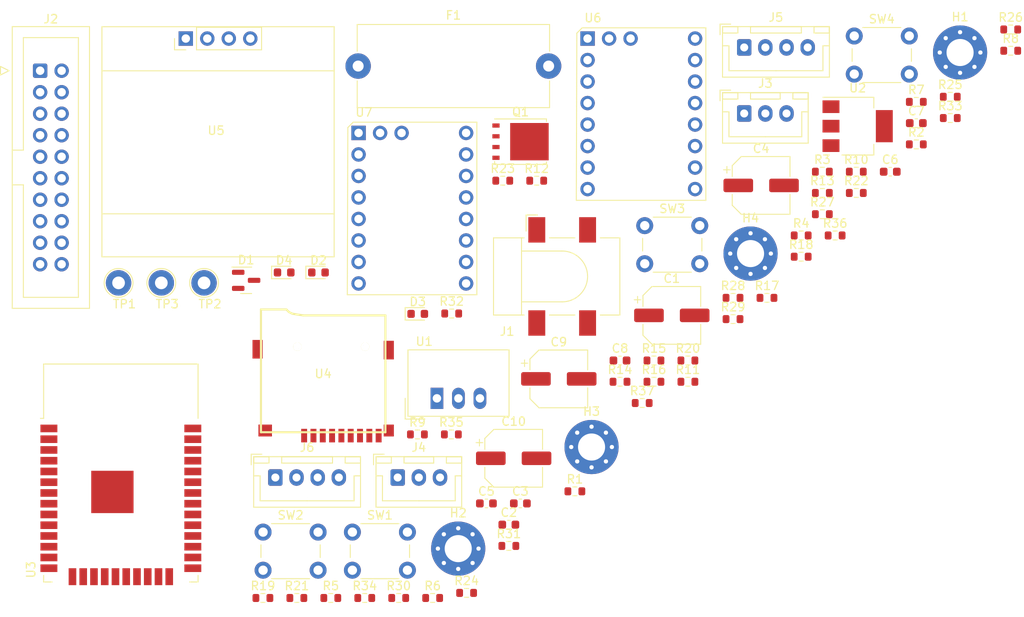
<source format=kicad_pcb>
(kicad_pcb (version 20211014) (generator pcbnew)
  (layers (0 "F.Cu" signal) (31 "B.Cu" signal) (34 "B.Paste" user) (35 "F.Paste" user) (36 "B.SilkS" user "B.Silkscreen") (37 "F.SilkS" user "F.Silkscreen") (38 "B.Mask" user) (39 "F.Mask" user) (44 "Edge.Cuts" user))
  (net 0 "")
  (net 1 "MOT_EN")
  (net 2 "MOT_UART")
  (net 3 "MOT_LIN_STEP")
  (net 4 "GND")
  (net 5 "+3.3V")
  (net 6 "MOT_LIN_DIAG")
  (net 7 "MOT_ROT_STEP")
  (net 8 "MOT_ROT_DIAG")
  (net 9 "RST")
  (net 10 "DEBUG_UART_RX")
  (net 11 "DEBUG_UART_TX")
  (net 12 "Net-(J2-Pad3)")
  (net 13 "MOT_LIN_DIR")
  (net 14 "MOT_ROT_DIR")
  (net 15 "Net-(D3-Pad2)")
  (net 16 "Net-(D4-Pad2)")
  (net 17 "Net-(F1-Pad2)")
  (net 18 "Net-(F1-Pad1)")
  (net 19 "+12V")
  (net 20 "+5V")
  (net 21 "Net-(J5-Pad3)")
  (net 22 "Net-(J4-Pad3)")
  (net 23 "Net-(J6-Pad1)")
  (net 24 "Net-(J6-Pad2)")
  (net 25 "Net-(J6-Pad3)")
  (net 26 "Net-(J6-Pad4)")
  (net 27 "Net-(R22-Pad1)")
  (net 28 "Net-(R18-Pad2)")
  (net 29 "Servo")
  (net 30 "SCL")
  (net 31 "SDA")
  (net 32 "SW_Down")
  (net 33 "SW_Up")
  (net 34 "SW_Enter")
  (net 35 "Net-(R24-Pad1)")
  (net 36 "Net-(R26-Pad1)")
  (net 38 "Net-(D1-Pad1)")
  (net 40 "Net-(D2-Pad2)")
  (net 42 "Net-(J2-Pad5)")
  (net 43 "Net-(J2-Pad7)")
  (net 44 "Net-(J2-Pad9)")
  (net 46 "Net-(J2-Pad13)")
  (net 50 "Net-(J3-Pad2)")
  (net 51 "Net-(J3-Pad3)")
  (net 52 "Net-(J5-Pad1)")
  (net 53 "Net-(J5-Pad2)")
  (net 54 "Net-(J5-Pad4)")
  (net 55 "Net-(R5-Pad2)")
  (net 56 "Net-(R6-Pad2)")
  (net 57 "JTAG_TDI")
  (net 58 "JTAG_TMS")
  (net 59 "JTAG_TCK")
  (net 60 "JTAG_TDO")
  (net 61 "SD_CE")
  (net 62 "SD_MOSI")
  (net 63 "Net-(R19-Pad2)")
  (net 64 "SD_SCK")
  (net 65 "Net-(R20-Pad2)")
  (net 66 "SD_MISO")
  (net 67 "Net-(R21-Pad2)")
  (net 68 "Net-(R28-Pad1)")
  (net 69 "Net-(R30-Pad2)")
  (net 70 "Net-(R32-Pad2)")
  (net 71 "Net-(R34-Pad2)")
  (net 72 "Net-(R36-Pad2)")
  (footprint "Button_Switch_THT:SW_PUSH_6mm_H5mm" (layer "F.Cu") (at 166.8 89.4)
    (fp_text reference "SW3" (at 3.25 -2) (layer "F.SilkS"))
    (fp_text value "Enter")
    (pad "1" thru_hole circle (at 6.5 0 90) (size 2 2) (drill 1.1) (layers *.Cu *.Mask) (net 4 "GND"))
    (pad "1" thru_hole circle (at 0 0 90) (size 2 2) (drill 1.1) (layers *.Cu *.Mask) (net 4 "GND"))
    (pad "2" thru_hole circle (at 0 4.5 90) (size 2 2) (drill 1.1) (layers *.Cu *.Mask) (net 36 "Net-(R26-Pad1)"))
    (pad "2" thru_hole circle (at 6.5 4.5 90) (size 2 2) (drill 1.1) (layers *.Cu *.Mask) (net 36 "Net-(R26-Pad1)"))
  )
  (footprint "Resistor_SMD:R_0603_1608Metric" (layer "F.Cu") (at 137.74 133.38)
    (fp_text reference "R30" (at 0 -1.43) (layer "F.SilkS"))
    (fp_text value "10k")
    (pad "1" smd roundrect (at -0.825 0) (size 0.8 0.95) (layers "F.Cu" "F.Paste" "F.Mask") (net 5 "+3.3V"))
    (pad "2" smd roundrect (at 0.825 0) (size 0.8 0.95) (layers "F.Cu" "F.Paste" "F.Mask") (net 69 "Net-(R30-Pad2)"))
  )
  (footprint "Capacitor_SMD:C_0603_1608Metric" (layer "F.Cu") (at 150.75 124.72)
    (fp_text reference "C2" (at 0 -1.43) (layer "F.SilkS"))
    (fp_text value "C")
    (pad "1" smd roundrect (at -0.775 0) (size 0.9 0.95) (layers "F.Cu" "F.Paste" "F.Mask") (net 20 "+5V"))
    (pad "2" smd roundrect (at 0.775 0) (size 0.9 0.95) (layers "F.Cu" "F.Paste" "F.Mask") (net 4 "GND"))
  )
  (footprint "Connector_JST:JST_XH_B4B-XH-A_1x04_P2.50mm_Vertical" (layer "F.Cu") (at 178.55 68.35)
    (fp_text reference "J5" (at 3.75 -3.55) (layer "F.SilkS"))
    (fp_text value "Motor LIN")
    (pad "1" thru_hole roundrect (at 0 0) (size 1.7 1.95) (drill 0.95) (layers *.Cu *.Mask) (roundrect_rratio 0.1470588235) (net 52 "Net-(J5-Pad1)"))
    (pad "2" thru_hole oval (at 2.5 0) (size 1.7 1.95) (drill 0.95) (layers *.Cu *.Mask) (net 53 "Net-(J5-Pad2)"))
    (pad "3" thru_hole oval (at 5 0) (size 1.7 1.95) (drill 0.95) (layers *.Cu *.Mask) (net 21 "Net-(J5-Pad3)"))
    (pad "4" thru_hole oval (at 7.5 0) (size 1.7 1.95) (drill 0.95) (layers *.Cu *.Mask) (net 54 "Net-(J5-Pad4)"))
  )
  (footprint "Connector_BarrelJack:BarrelJack_CLIFF_FC681465S_SMT_Horizontal" (layer "F.Cu") (at 157.05 95.4)
    (fp_text reference "J1" (at -6.5 6.5 180) (layer "F.SilkS"))
    (fp_text value "12V IN")
    (pad "" np_thru_hole oval (at -2.9 0 90) (size 2 1.5) (drill oval 2 1.5) (layers *.Cu *.Mask))
    (pad "" np_thru_hole circle (at 1.5 0 90) (size 2 2) (drill 2) (layers *.Cu *.Mask))
    (pad "1" smd rect (at -3 -5.5 90) (size 3 2) (layers "F.Cu" "F.Paste" "F.Mask") (net 18 "Net-(F1-Pad1)"))
    (pad "1" smd rect (at 3 -5.5 90) (size 3 2) (layers "F.Cu" "F.Paste" "F.Mask") (net 18 "Net-(F1-Pad1)"))
    (pad "2" smd rect (at 3 5.5 90) (size 3 2) (layers "F.Cu" "F.Paste" "F.Mask") (net 4 "GND"))
    (pad "3" smd rect (at -3 5.5 90) (size 3 2) (layers "F.Cu" "F.Paste" "F.Mask") (net 4 "GND"))
  )
  (footprint "Capacitor_SMD:C_0603_1608Metric" (layer "F.Cu") (at 163.88 105.33)
    (fp_text reference "C8" (at 0 -1.43) (layer "F.SilkS"))
    (fp_text value "100n")
    (pad "1" smd roundrect (at -0.775 0) (size 0.9 0.95) (layers "F.Cu" "F.Paste" "F.Mask") (net 9 "RST"))
    (pad "2" smd roundrect (at 0.775 0) (size 0.9 0.95) (layers "F.Cu" "F.Paste" "F.Mask") (net 4 "GND"))
  )
  (footprint "Button_Switch_THT:SW_PUSH_6mm_H5mm" (layer "F.Cu") (at 121.72 125.6)
    (fp_text reference "SW2" (at 3.25 -2) (layer "F.SilkS"))
    (fp_text value "Up")
    (pad "1" thru_hole circle (at 6.5 0 90) (size 2 2) (drill 1.1) (layers *.Cu *.Mask) (net 4 "GND"))
    (pad "1" thru_hole circle (at 0 0 90) (size 2 2) (drill 1.1) (layers *.Cu *.Mask) (net 4 "GND"))
    (pad "2" thru_hole circle (at 0 4.5 90) (size 2 2) (drill 1.1) (layers *.Cu *.Mask) (net 35 "Net-(R24-Pad1)"))
    (pad "2" thru_hole circle (at 6.5 4.5 90) (size 2 2) (drill 1.1) (layers *.Cu *.Mask) (net 35 "Net-(R24-Pad1)"))
  )
  (footprint "Resistor_SMD:R_0603_1608Metric" (layer "F.Cu") (at 166.5 110.35)
    (fp_text reference "R37" (at 0 -1.43) (layer "F.SilkS"))
    (fp_text value "10k")
    (pad "1" smd roundrect (at -0.825 0) (size 0.8 0.95) (layers "F.Cu" "F.Paste" "F.Mask") (net 72 "Net-(R36-Pad2)"))
    (pad "2" smd roundrect (at 0.825 0) (size 0.8 0.95) (layers "F.Cu" "F.Paste" "F.Mask") (net 4 "GND"))
  )
  (footprint "Package_TO_SOT_SMD:TDSON-8-1" (layer "F.Cu") (at 152.13 79.48)
    (fp_text reference "Q1" (at 0 -3.5) (layer "F.SilkS"))
    (fp_text value "SQJ479EP")
    (pad "1" smd rect (at -2.9 -1.905) (size 0.85 0.5) (layers "F.Cu" "F.Paste" "F.Mask") (net 19 "+12V"))
    (pad "2" smd rect (at -2.9 -0.635) (size 0.85 0.5) (layers "F.Cu" "F.Paste" "F.Mask") (net 19 "+12V"))
    (pad "3" smd rect (at -2.9 0.635) (size 0.85 0.5) (layers "F.Cu" "F.Paste" "F.Mask") (net 19 "+12V"))
    (pad "4" smd rect (at -2.9 1.905) (size 0.85 0.5) (layers "F.Cu" "F.Paste" "F.Mask") (net 38 "Net-(D1-Pad1)"))
    (pad "5" smd rect (at 1.05 0) (size 4.55 4.41) (layers "F.Cu") (net 17 "Net-(F1-Pad2)"))
  )
  (footprint "Converter_DCDC:Converter_DCDC_TRACO_TSR-1_THT" (layer "F.Cu") (at 142.255 109.8)
    (fp_text reference "U1" (at -1.5 -6.71) (layer "F.SilkS"))
    (fp_text value "TSR_1-2450")
    (pad "1" thru_hole rect (at 0 0) (size 1.5 2.5) (drill 1) (layers *.Cu *.Mask) (net 19 "+12V"))
    (pad "2" thru_hole oval (at 2.54 0) (size 1.5 2.5) (drill 1) (layers *.Cu *.Mask) (net 4 "GND"))
    (pad "3" thru_hole oval (at 5.08 0) (size 1.5 2.5) (drill 1) (layers *.Cu *.Mask) (net 20 "+5V"))
  )
  (footprint "LED_SMD:LED_0603_1608Metric" (layer "F.Cu") (at 139.99 99.82)
    (fp_text reference "D3" (at 0 -1.43) (layer "F.SilkS"))
    (fp_text value "LED")
    (pad "1" smd roundrect (at -0.7875 0) (size 0.875 0.95) (layers "F.Cu" "F.Paste" "F.Mask") (net 4 "GND"))
    (pad "2" smd roundrect (at 0.7875 0) (size 0.875 0.95) (layers "F.Cu" "F.Paste" "F.Mask") (net 15 "Net-(D3-Pad2)"))
  )
  (footprint "Capacitor_SMD:CP_Elec_6.3x7.7" (layer "F.Cu") (at 180.55 84.65)
    (fp_text reference "C4" (at 0 -4.35) (layer "F.SilkS"))
    (fp_text value "100u")
    (pad "1" smd roundrect (at -2.7 0) (size 3.5 1.6) (layers "F.Cu" "F.Paste" "F.Mask") (roundrect_rratio 0.15625) (net 5 "+3.3V"))
    (pad "2" smd roundrect (at 2.7 0) (size 3.5 1.6) (layers "F.Cu" "F.Paste" "F.Mask") (roundrect_rratio 0.15625) (net 4 "GND"))
  )
  (footprint "Capacitor_SMD:C_0603_1608Metric" (layer "F.Cu") (at 148.1 122.21)
    (fp_text reference "C5" (at 0 -1.43) (layer "F.SilkS"))
    (fp_text value "100n")
    (pad "1" smd roundrect (at -0.775 0) (size 0.9 0.95) (layers "F.Cu" "F.Paste" "F.Mask") (net 32 "SW_Down"))
    (pad "2" smd roundrect (at 0.775 0) (size 0.9 0.95) (layers "F.Cu" "F.Paste" "F.Mask") (net 4 "GND"))
  )
  (footprint "Resistor_SMD:R_0603_1608Metric" (layer "F.Cu") (at 181.24 97.93)
    (fp_text reference "R17" (at 0 -1.43) (layer "F.SilkS"))
    (fp_text value "1k")
    (pad "1" smd roundrect (at -0.825 0) (size 0.8 0.95) (layers "F.Cu" "F.Paste" "F.Mask") (net 29 "Servo"))
    (pad "2" smd roundrect (at 0.825 0) (size 0.8 0.95) (layers "F.Cu" "F.Paste" "F.Mask") (net 22 "Net-(J4-Pad3)"))
  )
  (footprint "Resistor_SMD:R_0603_1608Metric" (layer "F.Cu") (at 198.88 79.8)
    (fp_text reference "R2" (at 0 -1.43) (layer "F.SilkS"))
    (fp_text value "R")
    (pad "1" smd roundrect (at -0.825 0) (size 0.8 0.95) (layers "F.Cu" "F.Paste" "F.Mask") (net 19 "+12V"))
    (pad "2" smd roundrect (at 0.825 0) (size 0.8 0.95) (layers "F.Cu" "F.Paste" "F.Mask") (net 40 "Net-(D2-Pad2)"))
  )
  (footprint "Resistor_SMD:R_0603_1608Metric" (layer "F.Cu") (at 167.89 105.33)
    (fp_text reference "R15" (at 0 -1.43) (layer "F.SilkS"))
    (fp_text value "100")
    (pad "1" smd roundrect (at -0.825 0) (size 0.8 0.95) (layers "F.Cu" "F.Paste" "F.Mask") (net 11 "DEBUG_UART_TX"))
    (pad "2" smd roundrect (at 0.825 0) (size 0.8 0.95) (layers "F.Cu" "F.Paste" "F.Mask") (net 51 "Net-(J3-Pad3)"))
  )
  (footprint "Resistor_SMD:R_0603_1608Metric" (layer "F.Cu") (at 187.78 85.54)
    (fp_text reference "R13" (at 0 -1.43) (layer "F.SilkS"))
    (fp_text value "100")
    (pad "1" smd roundrect (at -0.825 0) (size 0.8 0.95) (layers "F.Cu" "F.Paste" "F.Mask") (net 59 "JTAG_TCK"))
    (pad "2" smd roundrect (at 0.825 0) (size 0.8 0.95) (layers "F.Cu" "F.Paste" "F.Mask") (net 44 "Net-(J2-Pad9)"))
  )
  (footprint "Resistor_SMD:R_0603_1608Metric" (layer "F.Cu") (at 145.76 132.78)
    (fp_text reference "R24" (at 0 -1.43) (layer "F.SilkS"))
    (fp_text value "1k")
    (pad "1" smd roundrect (at -0.825 0) (size 0.8 0.95) (layers "F.Cu" "F.Paste" "F.Mask") (net 35 "Net-(R24-Pad1)"))
    (pad "2" smd roundrect (at 0.825 0) (size 0.8 0.95) (layers "F.Cu" "F.Paste" "F.Mask") (net 33 "SW_Up"))
  )
  (footprint "Capacitor_SMD:CP_Elec_6.3x7.7" (layer "F.Cu") (at 170 100)
    (fp_text reference "C1" (at 0 -4.35) (layer "F.SilkS"))
    (fp_text value "100u")
    (pad "1" smd roundrect (at -2.7 0) (size 3.5 1.6) (layers "F.Cu" "F.Paste" "F.Mask") (roundrect_rratio 0.15625) (net 20 "+5V"))
    (pad "2" smd roundrect (at 2.7 0) (size 3.5 1.6) (layers "F.Cu" "F.Paste" "F.Mask") (roundrect_rratio 0.15625) (net 4 "GND"))
  )
  (footprint "Resistor_SMD:R_0603_1608Metric" (layer "F.Cu") (at 144 99.78)
    (fp_text reference "R32" (at 0 -1.43) (layer "F.SilkS"))
    (fp_text value "10k")
    (pad "1" smd roundrect (at -0.825 0) (size 0.8 0.95) (layers "F.Cu" "F.Paste" "F.Mask") (net 5 "+3.3V"))
    (pad "2" smd roundrect (at 0.825 0) (size 0.8 0.95) (layers "F.Cu" "F.Paste" "F.Mask") (net 70 "Net-(R32-Pad2)"))
  )
  (footprint "Package_TO_SOT_SMD:SOT-223-3_TabPin2" (layer "F.Cu") (at 191.95 77.65)
    (fp_text reference "U2" (at 0 -4.5) (layer "F.SilkS"))
    (fp_text value "AMS1117-3.3")
    (pad "1" smd rect (at -3.15 -2.3) (size 2 1.5) (layers "F.Cu" "F.Paste" "F.Mask") (net 4 "GND"))
    (pad "2" smd rect (at 3.15 0) (size 2 3.8) (layers "F.Cu" "F.Paste" "F.Mask") (net 5 "+3.3V"))
    (pad "2" smd rect (at -3.15 0) (size 2 1.5) (layers "F.Cu" "F.Paste" "F.Mask") (net 5 "+3.3V"))
    (pad "3" smd rect (at -3.15 2.3) (size 2 1.5) (layers "F.Cu" "F.Paste" "F.Mask") (net 20 "+5V"))
  )
  (footprint "Connector_IDC:IDC-Header_2x10_P2.54mm_Vertical" (layer "F.Cu") (at 95.385 71.1)
    (fp_text reference "J2" (at 1.27 -6.1) (layer "F.SilkS"))
    (fp_text value "JTAG")
    (pad "1" thru_hole roundrect (at 0 0) (size 1.7 1.7) (drill 1) (layers *.Cu *.Mask) (roundrect_rratio 0.1470588235) (net 5 "+3.3V"))
    (pad "2" thru_hole circle (at 2.54 0) (size 1.7 1.7) (drill 1) (layers *.Cu *.Mask))
    (pad "3" thru_hole circle (at 0 2.54) (size 1.7 1.7) (drill 1) (layers *.Cu *.Mask) (net 12 "Net-(J2-Pad3)"))
    (pad "4" thru_hole circle (at 2.54 2.54) (size 1.7 1.7) (drill 1) (layers *.Cu *.Mask) (net 4 "GND"))
    (pad "5" thru_hole circle (at 0 5.08) (size 1.7 1.7) (drill 1) (layers *.Cu *.Mask) (net 42 "Net-(J2-Pad5)"))
    (pad "6" thru_hole circle (at 2.54 5.08) (size 1.7 1.7) (drill 1) (layers *.Cu *.Mask) (net 4 "GND"))
    (pad "7" thru_hole circle (at 0 7.62) (size 1.7 1.7) (drill 1) (layers *.Cu *.Mask) (net 43 "Net-(J2-Pad7)"))
    (pad "8" thru_hole circle (at 2.54 7.62) (size 1.7 1.7) (drill 1) (layers *.Cu *.Mask) (net 4 "GND"))
    (pad "9" thru_hole circle (at 0 10.16) (size 1.7 1.7) (drill 1) (layers *.Cu *.Mask) (net 44 "Net-(J2-Pad9)"))
    (pad "10" thru_hole circle (at 2.54 10.16) (size 1.7 1.7) (drill 1) (layers *.Cu *.Mask) (net 4 "GND"))
    (pad "11" thru_hole circle (at 0 12.7) (size 1.7 1.7) (drill 1) (layers *.Cu *.Mask))
    (pad "12" thru_hole circle (at 2.54 12.7) (size 1.7 1.7) (drill 1) (layers *.Cu *.Mask) (net 4 "GND"))
    (pad "13" thru_hole circle (at 0 15.24) (size 1.7 1.7) (drill 1) (layers *.Cu *.Mask) (net 46 "Net-(J2-Pad13)"))
    (pad "14" thru_hole circle (at 2.54 15.24) (size 1.7 1.7) (drill 1) (layers *.Cu *.Mask) (net 4 "GND"))
    (pad "15" thru_hole circle (at 0 17.78) (size 1.7 1.7) (drill 1) (layers *.Cu *.Mask))
    (pad "16" thru_hole circle (at 2.54 17.78) (size 1.7 1.7) (drill 1) (layers *.Cu *.Mask) (net 4 "GND"))
    (pad "17" thru_hole circle (at 0 20.32) (size 1.7 1.7) (drill 1) (layers *.Cu *.Mask))
    (pad "18" thru_hole circle (at 2.54 20.32) (size 1.7 1.7) (drill 1) (layers *.Cu *.Mask) (net 4 "GND"))
    (pad "19" thru_hole circle (at 0 22.86) (size 1.7 1.7) (drill 1) (layers *.Cu *.Mask))
    (pad "20" thru_hole circle (at 2.54 22.86) (size 1.7 1.7) (drill 1) (layers *.Cu *.Mask) (net 4 "GND"))
  )
  (footprint "Button_Switch_THT:SW_PUSH_6mm_H5mm" (layer "F.Cu") (at 132.27 125.6)
    (fp_text reference "SW1" (at 3.25 -2) (layer "F.SilkS"))
    (fp_text value "Down")
    (pad "1" thru_hole circle (at 0 0 90) (size 2 2) (drill 1.1) (layers *.Cu *.Mask) (net 4 "GND"))
    (pad "1" thru_hole circle (at 6.5 0 90) (size 2 2) (drill 1.1) (layers *.Cu *.Mask) (net 4 "GND"))
    (pad "2" thru_hole circle (at 6.5 4.5 90) (size 2 2) (drill 1.1) (layers *.Cu *.Mask) (net 27 "Net-(R22-Pad1)"))
    (pad "2" thru_hole circle (at 0 4.5 90) (size 2 2) (drill 1.1) (layers *.Cu *.Mask) (net 27 "Net-(R22-Pad1)"))
  )
  (footprint "LED_SMD:LED_0603_1608Metric" (layer "F.Cu") (at 128.26 94.93)
    (fp_text reference "D2" (at 0 -1.43) (layer "F.SilkS"))
    (fp_text value "LED")
    (pad "1" smd roundrect (at -0.7875 0) (size 0.875 0.95) (layers "F.Cu" "F.Paste" "F.Mask") (net 4 "GND"))
    (pad "2" smd roundrect (at 0.7875 0) (size 0.875 0.95) (layers "F.Cu" "F.Paste" "F.Mask") (net 40 "Net-(D2-Pad2)"))
  )
  (footprint "Connector_JST:JST_XH_B3B-XH-A_1x03_P2.50mm_Vertical" (layer "F.Cu") (at 178.55 76.15)
    (fp_text reference "J3" (at 2.5 -3.55) (layer "F.SilkS"))
    (fp_text value "DBG_UART")
    (pad "1" thru_hole roundrect (at 0 0) (size 1.7 1.95) (drill 0.95) (layers *.Cu *.Mask) (roundrect_rratio 0.1470588235) (net 4 "GND"))
    (pad "2" thru_hole oval (at 2.5 0) (size 1.7 1.95) (drill 0.95) (layers *.Cu *.Mask) (net 50 "Net-(J3-Pad2)"))
    (pad "3" thru_hole oval (at 5 0) (size 1.7 1.95) (drill 0.95) (layers *.Cu *.Mask) (net 51 "Net-(J3-Pad3)"))
  )
  (footprint "Resistor_SMD:R_0603_1608Metric" (layer "F.Cu") (at 185.28 90.56)
    (fp_text reference "R4" (at 0 -1.43) (layer "F.SilkS"))
    (fp_text value "R")
    (pad "1" smd roundrect (at -0.825 0) (size 0.8 0.95) (layers "F.Cu" "F.Paste" "F.Mask") (net 5 "+3.3V"))
    (pad "2" smd roundrect (at 0.825 0) (size 0.8 0.95) (layers "F.Cu" "F.Paste" "F.Mask") (net 16 "Net-(D4-Pad2)"))
  )
  (footprint "Capacitor_SMD:C_0603_1608Metric" (layer "F.Cu") (at 152.11 122.21)
    (fp_text reference "C3" (at 0 -1.43) (layer "F.SilkS"))
    (fp_text value "C")
    (pad "1" smd roundrect (at -0.775 0) (size 0.9 0.95) (layers "F.Cu" "F.Paste" "F.Mask") (net 5 "+3.3V"))
    (pad "2" smd roundrect (at 0.775 0) (size 0.9 0.95) (layers "F.Cu" "F.Paste" "F.Mask") (net 4 "GND"))
  )
  (footprint "Resistor_SMD:R_0603_1608Metric" (layer "F.Cu") (at 129.72 133.38)
    (fp_text reference "R5" (at 0 -1.43) (layer "F.SilkS"))
    (fp_text value "1k")
    (pad "1" smd roundrect (at -0.825 0) (size 0.8 0.95) (layers "F.Cu" "F.Paste" "F.Mask") (net 2 "MOT_UART"))
    (pad "2" smd roundrect (at 0.825 0) (size 0.8 0.95) (layers "F.Cu" "F.Paste" "F.Mask") (net 55 "Net-(R5-Pad2)"))
  )
  (footprint "Resistor_SMD:R_0603_1608Metric" (layer "F.Cu") (at 158.55 120.78)
    (fp_text reference "R1" (at 0 -1.43) (layer "F.SilkS"))
    (fp_text value "10k")
    (pad "1" smd roundrect (at -0.825 0) (size 0.8 0.95) (layers "F.Cu" "F.Paste" "F.Mask") (net 38 "Net-(D1-Pad1)"))
    (pad "2" smd roundrect (at 0.825 0) (size 0.8 0.95) (layers "F.Cu" "F.Paste" "F.Mask") (net 4 "GND"))
  )
  (footprint "Resistor_SMD:R_0603_1608Metric" (layer "F.Cu") (at 121.7 133.38)
    (fp_text reference "R19" (at 0 -1.43) (layer "F.SilkS"))
    (fp_text value "100")
    (pad "1" smd roundrect (at -0.825 0) (size 0.8 0.95) (layers "F.Cu" "F.Paste" "F.Mask") (net 62 "SD_MOSI"))
    (pad "2" smd roundrect (at 0.825 0) (size 0.8 0.95) (layers "F.Cu" "F.Paste" "F.Mask") (net 63 "Net-(R19-Pad2)"))
  )
  (footprint "MountingHole:MountingHole_3.2mm_M3_Pad_Via" (layer "F.Cu") (at 144.77 127.55)
    (fp_text reference "H2" (at 0 -4.2) (layer "F.SilkS"))
    (fp_text value "MountingHole M3")
    (pad "1" thru_hole circle (at -1.697056 1.697056) (size 0.8 0.8) (drill 0.5) (layers *.Cu *.Mask) (net 4 "GND"))
    (pad "1" thru_hole circle (at 1.697056 -1.697056) (size 0.8 0.8) (drill 0.5) (layers *.Cu *.Mask) (net 4 "GND"))
    (pad "1" thru_hole circle (at 0 -2.4) (size 0.8 0.8) (drill 0.5) (layers *.Cu *.Mask) (net 4 "GND"))
    (pad "1" thru_hole circle (at 0 0) (size 6.4 6.4) (drill 3.2) (layers *.Cu *.Mask) (net 4 "GND"))
    (pad "1" thru_hole circle (at -2.4 0) (size 0.8 0.8) (drill 0.5) (layers *.Cu *.Mask) (net 4 "GND"))
    (pad "1" thru_hole circle (at 0 2.4) (size 0.8 0.8) (drill 0.5) (layers *.Cu *.Mask) (net 4 "GND"))
    (pad "1" thru_hole circle (at 2.4 0) (size 0.8 0.8) (drill 0.5) (layers *.Cu *.Mask) (net 4 "GND"))
    (pad "1" thru_hole circle (at -1.697056 -1.697056) (size 0.8 0.8) (drill 0.5) (layers *.Cu *.Mask) (net 4 "GND"))
    (pad "1" thru_hole circle (at 1.697056 1.697056) (size 0.8 0.8) (drill 0.5) (layers *.Cu *.Mask) (net 4 "GND"))
  )
  (footprint "Resistor_SMD:R_0603_1608Metric" (layer "F.Cu") (at 133.73 133.38)
    (fp_text reference "R34" (at 0 -1.43) (layer "F.SilkS"))
    (fp_text value "10k")
    (pad "1" smd roundrect (at -0.825 0) (size 0.8 0.95) (layers "F.Cu" "F.Paste" "F.Mask") (net 5 "+3.3V"))
    (pad "2" smd roundrect (at 0.825 0) (size 0.8 0.95) (layers "F.Cu" "F.Paste" "F.Mask") (net 71 "Net-(R34-Pad2)"))
  )
  (footprint "RF_Module:ESP32-WROOM-32" (layer "F.Cu") (at 104.92 121.61)
    (fp_text reference "U3" (at -10.61 8.43 90) (layer "F.SilkS"))
    (fp_text value "ESP32-WROOM-32")
    (pad "1" smd rect (at -8.5 -8.255) (size 2 0.9) (layers "F.Cu" "F.Paste" "F.Mask") (net 4 "GND"))
    (pad "2" smd rect (at -8.5 -6.985) (size 2 0.9) (layers "F.Cu" "F.Paste" "F.Mask") (net 5 "+3.3V"))
    (pad "3" smd rect (at -8.5 -5.715) (size 2 0.9) (layers "F.Cu" "F.Paste" "F.Mask") (net 9 "RST"))
    (pad "4" smd rect (at -8.5 -4.445) (size 2 0.9) (layers "F.Cu" "F.Paste" "F.Mask") (net 33 "SW_Up"))
    (pad "5" smd rect (at -8.5 -3.175) (size 2 0.9) (layers "F.Cu" "F.Paste" "F.Mask") (net 34 "SW_Enter"))
    (pad "6" smd rect (at -8.5 -1.905) (size 2 0.9) (layers "F.Cu" "F.Paste" "F.Mask") (net 14 "MOT_ROT_DIR"))
    (pad "7" smd rect (at -8.5 -0.635) (size 2 0.9) (layers "F.Cu" "F.Paste" "F.Mask") (net 1 "MOT_EN"))
    (pad "8" smd rect (at -8.5 0.635) (size 2 0.9) (layers "F.Cu" "F.Paste" "F.Mask") (net 13 "MOT_LIN_DIR"))
    (pad "9" smd rect (at -8.5 1.905) (size 2 0.9) (layers "F.Cu" "F.Paste" "F.Mask") (net 7 "MOT_ROT_STEP"))
    (pad "10" smd rect (at -8.5 3.175) (size 2 0.9) (layers "F.Cu" "F.Paste" "F.Mask") (net 8 "MOT_ROT_DIAG"))
    (pad "11" smd rect (at -8.5 4.445) (size 2 0.9) (layers "F.Cu" "F.Paste" "F.Mask") (net 6 "MOT_LIN_DIAG"))
    (pad "12" smd rect (at -8.5 5.715) (size 2 0.9) (layers "F.Cu" "F.Paste" "F.Mask") (net 3 "MOT_LIN_STEP"))
    (pad "13" smd rect (at -8.5 6.985) (size 2 0.9) (layers "F.Cu" "F.Paste" "F.Mask") (net 58 "JTAG_TMS"))
    (pad "14" smd rect (at -8.5 8.255) (size 2 0.9) (layers "F.Cu" "F.Paste" "F.Mask") (net 57 "JTAG_TDI"))
    (pad "15" smd rect (at -5.715 9.255 90) (size 2 0.9) (layers "F.Cu" "F.Paste" "F.Mask") (net 4 "GND"))
    (pad "16" smd rect (at -4.445 9.255 90) (size 2 0.9) (layers "F.Cu" "F.Paste" "F.Mask") (net 59 "JTAG_TCK"))
    (pad "17" smd rect (at -3.175 9.255 90) (size 2 0.9) (layers "F.Cu" "F.Paste" "F.Mask"))
    (pad "18" smd rect (at -1.905 9.255 90) (size 2 0.9) (layers "F.Cu" "F.Paste" "F.Mask"))
    (pad "19" smd rect (at -0.635 9.255 90) (size 2 0.9) (layers "F.Cu" "F.Paste" "F.Mask"))
    (pad "20" smd rect (at 0.635 9.255 90) (size 2 0.9) (layers "F.Cu" "F.Paste" "F.Mask"))
    (pad "21" smd rect (at 1.905 9.255 90) (size 2 0.9) (layers "F.Cu" "F.Paste" "F.Mask"))
    (pad "22" smd rect (at 3.175 9.255 90) (size 2 0.9) (layers "F.Cu" "F.Paste" "F.Mask"))
    (pad "23" smd rect (at 4.445 9.255 90) (size 2 0.9) (layers "F.Cu" "F.Paste" "F.Mask") (net 60 "JTAG_TDO"))
    (pad "24" smd rect (at 5.715 9.255 90) (size 2 0.9) (layers "F.Cu" "F.Paste" "F.Mask") (net 32 "SW_Down"))
    (pad "25" smd rect (at 8.5 8.255) (size 2 0.9) (layers "F.Cu" "F.Paste" "F.Mask") (net 56 "Net-(R6-Pad2)"))
    (pad "26" smd rect (at 8.5 6.985) (size 2 0.9) (layers "F.Cu" "F.Paste" "F.Mask") (net 61 "SD_CE"))
    (pad "27" smd rect (at 8.5 5.715) (size 2 0.9) (layers "F.Cu" "F.Paste" "F.Mask") (net 2 "MOT_UART"))
    (pad "28" smd rect (at 8.5 4.445) (size 2 0.9) (layers "F.Cu" "F.Paste" "F.Mask") (net 55 "Net-(R5-Pad2)"))
    (pad "29" smd rect (at 8.5 3.175) (size 2 0.9) (layers "F.Cu" "F.Paste" "F.Mask") (net 64 "SD_SCK"))
    (pad "30" smd rect (at 8.5 1.905) (size 2 0.9) (layers "F.Cu" "F.Paste" "F.Mask") (net 62 "SD_MOSI"))
    (pad "31" smd rect (at 8.5 0.635) (size 2 0.9) (layers "F.Cu" "F.Paste" "F.Mask") (net 66 "SD_MISO"))
    (pad "32" smd rect (at 8.5 -0.635) (size 2 0.9) (layers "F.Cu" "F.Paste" "F.Mask"))
    (pad "33" smd rect (at 8.5 -1.905) (size 2 0.9) (layers "F.Cu" "F.Paste" "F.Mask") (net 29 "Servo"))
    (pad "34" smd rect (at 8.5 -3.175) (size 2 0.9) (layers "F.Cu" "F.Paste" "F.Mask") (net 10 "DEBUG_UART_RX"))
    (pad "35" smd rect (at 8.5 -4.445) (size 2 0.9) (layers "F.Cu" "F.Paste" "F.Mask") (net 11 "DEBUG_UART_TX"))
    (pad "36" smd rect (at 8.5 -5.715) (size 2 0.9) (layers "F.Cu" "F.Paste" "F.Mask") (net 30 "SCL"))
    (pad "37" smd rect (at 8.5 -6.985) (size 2 0.9) (layers "F.Cu" "F.Paste" "F.Mask") (net 31 "SDA"))
    (pad "38" smd rect (at 8.5 -8.255) (size 2 0.9) (layers "F.Cu" "F.Paste" "F.Mask") (net 4 "GND"))
    (pad "39" smd rect (at -1 -0.755) (size 5 5) (layers "F.Cu" "F.Paste" "F.Mask") (net 4 "GND"))
  )
  (footprint "Resistor_SMD:R_0603_1608Metric" (layer "F.Cu") (at 167.89 107.84)
    (fp_text reference "R16" (at 0 -1.43) (layer "F.SilkS"))
    (fp_text value "100")
    (pad "1" smd roundrect (at -0.825 0) (size 0.8 0.95) (layers "F.Cu" "F.Paste" "F.Mask") (net 10 "DEBUG_UART_RX"))
    (pad "2" smd roundrect (at 0.825 0) (size 0.8 0.95) (layers "F.Cu" "F.Paste" "F.Mask") (net 50 "Net-(J3-Pad2)"))
  )
  (footprint "Resistor_SMD:R_0603_1608Metric" (layer "F.Cu") (at 177.23 100.44)
    (fp_text reference "R29" (at 0 -1.43) (layer "F.SilkS"))
    (fp_text value "10k")
    (pad "1" smd roundrect (at -0.825 0) (size 0.8 0.95) (layers "F.Cu" "F.Paste" "F.Mask") (net 5 "+3.3V"))
    (pad "2" smd roundrect (at 0.825 0) (size 0.8 0.95) (layers "F.Cu" "F.Paste" "F.Mask") (net 9 "RST"))
  )
  (footprint "MountingHole:MountingHole_3.2mm_M3_Pad_Via" (layer "F.Cu") (at 160.52 115.55)
    (fp_text reference "H3" (at 0 -4.2) (layer "F.SilkS"))
    (fp_text value "MountingHole M3")
    (pad "1" thru_hole circle (at 1.697056 -1.697056) (size 0.8 0.8) (drill 0.5) (layers *.Cu *.Mask) (net 4 "GND"))
    (pad "1" thru_hole circle (at 0 -2.4) (size 0.8 0.8) (drill 0.5) (layers *.Cu *.Mask) (net 4 "GND"))
    (pad "1" thru_hole circle (at 1.697056 1.697056) (size 0.8 0.8) (drill 0.5) (layers *.Cu *.Mask) (net 4 "GND"))
    (pad "1" thru_hole circle (at -2.4 0) (size 0.8 0.8) (drill 0.5) (layers *.Cu *.Mask) (net 4 "GND"))
    (pad "1" thru_hole circle (at -1.697056 1.697056) (size 0.8 0.8) (drill 0.5) (layers *.Cu *.Mask) (net 4 "GND"))
    (pad "1" thru_hole circle (at 0 2.4) (size 0.8 0.8) (drill 0.5) (layers *.Cu *.Mask) (net 4 "GND"))
    (pad "1" thru_hole circle (at 0 0) (size 6.4 6.4) (drill 3.2) (layers *.Cu *.Mask) (net 4 "GND"))
    (pad "1" thru_hole circle (at 2.4 0) (size 0.8 0.8) (drill 0.5) (layers *.Cu *.Mask) (net 4 "GND"))
    (pad "1" thru_hole circle (at -1.697056 -1.697056) (size 0.8 0.8) (drill 0.5) (layers *.Cu *.Mask) (net 4 "GND"))
  )
  (footprint "Resistor_SMD:R_0603_1608Metric" (layer "F.Cu") (at 210.03 68.74)
    (fp_text reference "R8" (at 0 -1.43) (layer "F.SilkS"))
    (fp_text value "3k")
    (pad "1" smd roundrect (at -0.825 0) (size 0.8 0.95) (layers "F.Cu" "F.Paste" "F.Mask") (net 5 "+3.3V"))
    (pad "2" smd roundrect (at 0.825 0) (size 0.8 0.95) (layers "F.Cu" "F.Paste" "F.Mask") (net 31 "SDA"))
  )
  (footprint "Capacitor_SMD:CP_Elec_6.3x7.7" (layer "F.Cu") (at 156.65 107.5)
    (fp_text reference "C9" (at 0 -4.35) (layer "F.SilkS"))
    (fp_text value "100u")
    (pad "1" smd roundrect (at -2.7 0) (size 3.5 1.6) (layers "F.Cu" "F.Paste" "F.Mask") (roundrect_rratio 0.15625) (net 19 "+12V"))
    (pad "2" smd roundrect (at 2.7 0) (size 3.5 1.6) (layers "F.Cu" "F.Paste" "F.Mask") (roundrect_rratio 0.15625) (net 4 "GND"))
  )
  (footprint "Resistor_SMD:R_0603_1608Metric" (layer "F.Cu") (at 191.79 85.54)
    (fp_text reference "R22" (at 0 -1.43) (layer "F.SilkS"))
    (fp_text value "1k")
    (pad "1" smd roundrect (at -0.825 0) (size 0.8 0.95) (layers "F.Cu" "F.Paste" "F.Mask") (net 27 "Net-(R22-Pad1)"))
    (pad "2" smd roundrect (at 0.825 0) (size 0.8 0.95) (layers "F.Cu" "F.Paste" "F.Mask") (net 32 "SW_Down"))
  )
  (footprint "LED_SMD:LED_0603_1608Metric" (layer "F.Cu") (at 124.21 94.93)
    (fp_text reference "D4" (at 0 -1.43) (layer "F.SilkS"))
    (fp_text value "LED")
    (pad "1" smd roundrect (at -0.7875 0) (size 0.875 0.95) (layers "F.Cu" "F.Paste" "F.Mask") (net 4 "GND"))
    (pad "2" smd roundrect (at 0.7875 0) (size 0.875 0.95) (layers "F.Cu" "F.Paste" "F.Mask") (net 16 "Net-(D4-Pad2)"))
  )
  (footprint "Resistor_SMD:R_0603_1608Metric" (layer "F.Cu") (at 125.71 133.38)
    (fp_text reference "R21" (at 0 -1.43) (layer "F.SilkS"))
    (fp_text value "100")
    (pad "1" smd roundrect (at -0.825 0) (size 0.8 0.95) (layers "F.Cu" "F.Paste" "F.Mask") (net 66 "SD_MISO"))
    (pad "2" smd roundrect (at 0.825 0) (size 0.8 0.95) (layers "F.Cu" "F.Paste" "F.Mask") (net 67 "Net-(R21-Pad2)"))
  )
  (footprint "Footprints:TMC2209-V1.2 Bigtreetech" (layer "F.Cu") (at 139.35 87.445)
    (fp_text reference "U7" (at -5.715 -11.43 unlocked) (layer "F.SilkS"))
    (fp_text value "TMC2209-V1.2_Bigtreetech")
    (pad "1" thru_hole rect (at -6.35 -8.995) (size 1.7 1.7) (drill 1) (layers *.Cu *.Mask) (net 1 "MOT_EN"))
    (pad "2" thru_hole oval (at -6.35 -6.455) (size 1.7 1.7) (drill 1) (layers *.Cu *.Mask) (net 70 "Net-(R32-Pad2)"))
    (pad "3" thru_hole oval (at -6.35 -3.915) (size 1.7 1.7) (drill 1) (layers *.Cu *.Mask) (net 72 "Net-(R36-Pad2)"))
    (pad "4" thru_hole oval (at -6.35 -1.375) (size 1.7 1.7) (drill 1) (layers *.Cu *.Mask) (net 2 "MOT_UART"))
    (pad "5" thru_hole oval (at -6.35 1.165) (size 1.7 1.7) (drill 1) (layers *.Cu *.Mask) (net 2 "MOT_UART"))
    (pad "6" thru_hole oval (at -6.35 3.705) (size 1.7 1.7) (drill 1) (layers *.Cu *.Mask))
    (pad "7" thru_hole oval (at -6.35 6.245) (size 1.7 1.7) (drill 1) (layers *.Cu *.Mask) (net 7 "MOT_ROT_STEP"))
    (pad "8" thru_hole oval (at -6.35 8.785) (size 1.7 1.7) (drill 1) (layers *.Cu *.Mask) (net 14 "MOT_ROT_DIR"))
    (pad "9" thru_hole oval (at 6.35 8.785) (size 1.7 1.7) (drill 1) (layers *.Cu *.Mask) (net 4 "GND"))
    (pad "10" thru_hole oval (at 6.35 6.245) (size 1.7 1.7) (drill 1) (layers *.Cu *.Mask) (net 5 "+3.3V"))
    (pad "11" thru_hole oval (at 6.35 3.705) (size 1.7 1.7) (drill 1) (layers *.Cu *.Mask) (net 26 "Net-(J6-Pad4)"))
    (pad "12" thru_hole oval (at 6.35 1.165) (size 1.7 1.7) (drill 1) (layers *.Cu *.Mask) (net 25 "Net-(J6-Pad3)"))
    (pad "13" thru_hole oval (at 6.35 -1.375) (size 1.7 1.7) (drill 1) (layers *.Cu *.Mask) (net 24 "Net-(J6-Pad2)"))
    (pad "14" thru_hole oval (at 6.35 -3.915) (size 1.7 1.7) (drill 1) (layers *.Cu *.Mask) (net 23 "Net-(J6-Pad1)"))
    (pad "15" thru_hole oval (at 6.35 -6.455) (size 1.7 1.7) (drill 1) (layers *.Cu *.Mask) (net 4 "GND"))
    (pad "16" thru_hole oval (at 6.35 -8.995) (size 1.7 1.7) (drill 1) (layers *.Cu *.Mask) (net 19 "+12V"))
    (pad "17" thru_hole oval (at -1.27 -8.995) (size 1.7 1.7) (drill 1) (layers *.Cu *.Mask) (net 8 "MOT_ROT_DIAG"))
    (pad "18" thru_hole oval (at -3.81 -8.995) (size 1.7 1.7) (drill 1) (layers *.Cu *.Mask))
  )
  (footprint "Resistor_SMD:R_0603_1608Metric" (layer "F.Cu") (at 141.75 133.38)
    (fp_text reference "R6" (at 0 -1.43) (layer "F.SilkS"))
    (fp_text value "10k")
    (pad "1" smd roundrect (at -0.825 0) (size 0.8 0.95) (layers "F.Cu" "F.Paste" "F.Mask") (net 5 "+3.3V"))
    (pad "2" smd roundrect (at 0.825 0) (size 0.8 0.95) (layers "F.Cu" "F.Paste" "F.Mask") (net 56 "Net-(R6-Pad2)"))
  )
  (footprint "TestPoint:TestPoint_Loop_D2.54mm_Drill1.5mm_Beaded" (layer "F.Cu") (at 114.75 96.16)
    (fp_text reference "TP2" (at 0.7 2.5) (layer "F.SilkS"))
    (fp_text value "+5V")
    (pad "1" thru_hole circle (at 0 0) (size 3 3) (drill 1.5) (layers *.Cu *.Mask) (net 20 "+5V"))
  )
  (footprint "Resistor_SMD:R_0603_1608Metric" (layer "F.Cu") (at 150.03 84.09)
    (fp_text reference "R23" (at 0 -1.43) (layer "F.SilkS"))
    (fp_text value "10k")
    (pad "1" smd roundrect (at -0.825 0) (size 0.8 0.95) (layers "F.Cu" "F.Paste" "F.Mask") (net 5 "+3.3V"))
    (pad "2" smd roundrect (at 0.825 0) (size 0.8 0.95) (layers "F.Cu" "F.Paste" "F.Mask") (net 32 "SW_Down"))
  )
  (footprint "Button_Switch_THT:SW_PUSH_6mm_H5mm" (layer "F.Cu") (at 191.55 67)
    (fp_text reference "SW4" (at 3.25 -2) (layer "F.SilkS"))
    (fp_text value "RST")
    (pad "1" thru_hole circle (at 0 0 90) (size 2 2) (drill 1.1) (layers *.Cu *.Mask) (net 4 "GND"))
    (pad "1" thru_hole circle (at 6.5 0 90) (size 2 2) (drill 1.1) (layers *.Cu *.Mask) (net 4 "GND"))
    (pad "2" thru_hole circle (at 0 4.5 90) (size 2 2) (drill 1.1) (layers *.Cu *.Mask) (net 68 "Net-(R28-Pad1)"))
    (pad "2" thru_hole circle (at 6.5 4.5 90) (size 2 2) (drill 1.1) (layers *.Cu *.Mask) (net 68 "Net-(R28-Pad1)"))
  )
  (footprint "MountingHole:MountingHole_3.2mm_M3_Pad_Via" (layer "F.Cu") (at 204.05 68.95)
    (fp_text reference "H1" (at 0 -4.2) (layer "F.SilkS"))
    (fp_text value "MountingHole M3")
    (pad "1" thru_hole circle (at 1.697056 -1.697056) (size 0.8 0.8) (drill 0.5) (layers *.Cu *.Mask) (net 4 "GND"))
    (pad "1" thru_hole circle (at 0 0) (size 6.4 6.4) (drill 3.2) (layers *.Cu *.Mask) (net 4 "GND"))
    (pad "1" thru_hole circle (at 1.697056 1.697056) (size 0.8 0.8) (drill 0.5) (layers *.Cu *.Mask) (net 4 "GND"))
    (pad "1" thru_hole circle (at -1.697056 -1.697056) (size 0.8 0.8) (drill 0.5) (layers *.Cu *.Mask) (net 4 "GND"))
    (pad "1" thru_hole circle (at 2.4 0) (size 0.8 0.8) (drill 0.5) (layers *.Cu *.Mask) (net 4 "GND"))
    (pad "1" thru_hole circle (at -1.697056 1.697056) (size 0.8 0.8) (drill 0.5) (layers *.Cu *.Mask) (net 4 "GND"))
    (pad "1" thru_hole circle (at -2.4 0) (size 0.8 0.8) (drill 0.5) (layers *.Cu *.Mask) (net 4 "GND"))
    (pad "1" thru_hole circle (at 0 -2.4) (size 0.8 0.8) (drill 0.5) (layers *.Cu *.Mask) (net 4 "GND"))
    (pad "1" thru_hole circle (at 0 2.4) (size 0.8 0.8) (drill 0.5) (layers *.Cu *.Mask) (net 4 "GND"))
  )
  (footprint "TestPoint:TestPoint_Loop_D2.54mm_Drill1.5mm_Beaded" (layer "F.Cu") (at 104.65 96.16)
    (fp_text reference "TP1" (at 0.7 2.5) (layer "F.SilkS"))
    (fp_text value "+12V")
    (pad "1" thru_hole circle (at 0 0) (size 3 3) (drill 1.5) (layers *.Cu *.Mask) (net 19 "+12V"))
  )
  (footprint "Connector_JST:JST_XH_B4B-XH-A_1x04_P2.50mm_Vertical" (layer "F.Cu") (at 123.17 119.15)
    (fp_text reference "J6" (at 3.75 -3.55) (layer "F.SilkS"))
    (fp_text value "Motor ROT")
    (pad "1" thru_hole roundrect (at 0 0) (size 1.7 1.95) (drill 0.95) (layers *.Cu *.Mask) (roundrect_rratio 0.1470588235) (net 23 "Net-(J6-Pad1)"))
    (pad "2" thru_hole oval (at 2.5 0) (size 1.7 1.95) (drill 0.95) (layers *.Cu *.Mask) (net 24 "Net-(J6-Pad2)"))
    (pad "3" thru_hole oval (at 5 0) (size 1.7 1.95) (drill 0.95) (layers *.Cu *.Mask) (net 25 "Net-(J6-Pad3)"))
    (pad "4" thru_hole oval (at 7.5 0) (size 1.7 1.95) (drill 0.95) (layers *.Cu *.Mask) (net 26 "Net-(J6-Pad4)"))
  )
  (footprint "Resistor_SMD:R_0603_1608Metric" (layer "F.Cu") (at 187.78 83.03)
    (fp_text reference "R3" (at 0 -1.43) (layer "F.SilkS"))
    (fp_text value "R")
    (pad "1" smd roundrect (at -0.825 0) (size 0.8 0.95) (layers "F.Cu" "F.Paste" "F.Mask") (net 20 "+5V"))
    (pad "2" smd roundrect (at 0.825 0) (size 0.8 0.95) (layers "F.Cu" "F.Paste" "F.Mask") (net 15 "Net-(D3-Pad2)"))
  )
  (footprint "Capacitor_SMD:CP_Elec_6.3x7.7" (layer "F.Cu") (at 151.32 116.88)
    (fp_text reference "C10" (at 0 -4.35) (layer "F.SilkS"))
    (fp_text value "100u")
    (pad "1" smd roundrect (at -2.7 0) (size 3.5 1.6) (layers "F.Cu" "F.Paste" "F.Mask") (roundrect_rratio 0.15625) (net 19 "+12V"))
    (pad "2" smd roundrect (at 2.7 0) (size 3.5 1.6) (layers "F.Cu" "F.Paste" "F.Mask") (roundrect_rratio 0.15625) (net 4 "GND"))
  )
  (footprint "Footprints:Display_128x64_096_I2C" (layer "F.Cu") (at 116.401 67.3)
    (fp_text reference "U5" (at -0.2286 10.8712) (layer "F.SilkS"))
    (fp_text value "OLED_Display")
    (pad "" np_thru_hole oval (at -11.176 0.635) (size 3.8 2.9) (drill oval 3.8 2.9) (layers *.Cu *.Mask))
    (pad "" np_thru_hole oval (at 11.176 23.749) (size 3.8 2.9) (drill oval 3.8 2.9) (layers *.Cu *.Mask))
    (pad "" np_thru_hole oval (at -11.176 23.749) (size 3.8 2.9) (drill oval 3.8 2.9) (layers *.Cu *.Mask))
    (pad "" np_thru_hole oval (at 11.176 0.635) (size 3.8 2.9) (drill oval 3.8 2.9) (layers *.Cu *.Mask))
    (pad "1" thru_hole rect (at -3.81 0 90) (size 1.7 1.7) (drill 1) (layers *.Cu *.Mask) (net 4 "GND"))
    (pad "2" thru_hole oval (at -1.27 0 90) (size 1.7 1.7) (drill 1) (layers *.Cu *.Mask) (net 5 "+3.3V"))
    (pad "3" thru_hole oval (at 1.27 0 90) (size 1.7 1.7) (drill 1) (layers *.Cu *.Mask) (net 30 "SCL"))
    (pad "4" thru_hole oval (at 3.81 0 90) (size 1.7 1.7) (drill 1) (layers *.Cu *.Mask) (net 31 "SDA"))
  )
  (footprint "Resistor_SMD:R_0603_1608Metric" (layer "F.Cu") (at 150.75 127.23)
    (fp_text reference "R31" (at 0 -1.43) (layer "F.SilkS"))
    (fp_text value "10k")
    (pad "1" smd roundrect (at -0.825 0) (size 0.8 0.95) (layers "F.Cu" "F.Paste" "F.Mask") (net 69 "Net-(R30-Pad2)"))
    (pad "2" smd roundrect (at 0.825 0) (size 0.8 0.95) (layers "F.Cu" "F.Paste" "F.Mask") (net 4 "GND"))
  )
  (footprint "Resistor_SMD:R_0603_1608Metric" (layer "F.Cu") (at 177.23 97.93)
    (fp_text reference "R28" (at 0 -1.43) (layer "F.SilkS"))
    (fp_text value "1k")
    (pad "1" smd roundrect (at -0.825 0) (size 0.8 0.95) (layers "F.Cu" "F.Paste" "F.Mask") (net 68 "Net-(R28-Pad1)"))
    (pad "2" smd roundrect (at 0.825 0) (size 0.8 0.95) (layers "F.Cu" "F.Paste" "F.Mask") (net 9 "RST"))
  )
  (footprint "Resistor_SMD:R_0603_1608Metric" (layer "F.Cu") (at 198.88 74.78)
    (fp_text reference "R7" (at 0 -1.43) (layer "F.SilkS"))
    (fp_text value "10k")
    (pad "1" smd roundrect (at -0.825 0) (size 0.8 0.95) (layers "F.Cu" "F.Paste" "F.Mask") (net 56 "Net-(R6-Pad2)"))
    (pad "2" smd roundrect (at 0.825 0) (size 0.8 0.95) (layers "F.Cu" "F.Paste" "F.Mask") (net 4 "GND"))
  )
  (footprint "Fuse:Fuseholder_Cylinder-5x20mm_Schurter_0031_8201_Horizontal_Open" (layer "F.Cu") (at 132.95 70.55)
    (fp_text reference "F1" (at 11.25 -6) (layer "F.SilkS"))
    (fp_text value "Fuse")
    (pad "" np_thru_hole circle (at 11.25 0) (size 2.7 2.7) (drill 2.7) (layers *.Cu *.Mask))
    (pad "1" thru_hole circle (at 0 0) (size 3 3) (drill 1.3) (layers *.Cu *.Mask) (net 18 "Net-(F1-Pad1)"))
    (pad "2" thru_hole circle (at 22.5 0) (size 3 3) (drill 1.3) (layers *.Cu *.Mask) (net 17 "Net-(F1-Pad2)"))
  )
  (footprint "Resistor_SMD:R_0603_1608Metric" (layer "F.Cu") (at 171.9 107.84)
    (fp_text reference "R11" (at 0 -1.43) (layer "F.SilkS"))
    (fp_text value "100")
    (pad "1" smd roundrect (at -0.825 0) (size 0.8 0.95) (layers "F.Cu" "F.Paste" "F.Mask") (net 57 "JTAG_TDI"))
    (pad "2" smd roundrect (at 0.825 0) (size 0.8 0.95) (layers "F.Cu" "F.Paste" "F.Mask") (net 42 "Net-(J2-Pad5)"))
  )
  (footprint "Footprints:TMC2209-V1.2 Bigtreetech" (layer "F.Cu") (at 166.4 76.295)
    (fp_text reference "U6" (at -5.715 -11.43 unlocked) (layer "F.SilkS"))
    (fp_text value "TMC2209-V1.2_Bigtreetech")
    (pad "1" thru_hole rect (at -6.35 -8.995) (size 1.7 1.7) (drill 1) (layers *.Cu *.Mask) (net 1 "MOT_EN"))
    (pad "2" thru_hole oval (at -6.35 -6.455) (size 1.7 1.7) (drill 1) (layers *.Cu *.Mask) (net 69 "Net-(R30-Pad2)"))
    (pad "3" thru_hole oval (at -6.35 -3.915) (size 1.7 1.7) (drill 1) (layers *.Cu *.Mask) (net 71 "Net-(R34-Pad2)"))
    (pad "4" thru_hole oval (at -6.35 -1.375) (size 1.7 1.7) (drill 1) (layers *.Cu *.Mask) (net 2 "MOT_UART"))
    (pad "5" thru_hole oval (at -6.35 1.165) (size 1.7 1.7) (drill 1) (layers *.Cu *.Mask) (net 2 "MOT_UART"))
    (pad "6" thru_hole oval (at -6.35 3.705) (size 1.7 1.7) (drill 1) (layers *.Cu *.Mask))
    (pad "7" thru_hole oval (at -6.35 6.245) (size 1.7 1.7) (drill 1) (layers *.Cu *.Mask) (net 3 "MOT_LIN_STEP"))
    (pad "8" thru_hole oval (at -6.35 8.785) (size 1.7 1.7) (drill 1) (layers *.Cu *.Mask) (net 13 "MOT_LIN_DIR"))
    (pad "9" thru_hole oval (at 6.35 8.785) (size 1.7 1.7) (drill 1) (layers *.Cu *.Mask) (net 4 "GND"))
    (pad "10" thru_hole oval (at 6.35 6.245) (size 1.7 1.7) (drill 1) (layers *.Cu *.Mask) (net 5 "+3.3V"))
    (pad "11" thru_hole oval (at 6.35 3.705) (size 1.7 1.7) (drill 1) (layers *.Cu *.Mask) (net 54 "Net-(J5-Pad4)"))
    (pad "12" thru_hole oval (at 6.35 1.165) (size 1.7 1.7) (drill 1) (layers *.Cu *.Mask) (net 21 "Net-(J5-Pad3)"))
    (pad "13" thru_hole oval (at 6.35 -1.375) (size 1.7 1.7) (drill 1) (layers *.Cu *.Mask) (net 53 "Net-(J5-Pad2)"))
    (pad "14" thru_hole oval (at 6.35 -3.915) (size 1.7 1.7) (drill 1) (layers *.Cu *.Mask) (net 52 "Net-(J5-Pad1)"))
    (pad "15" thru_hole oval (at 6.35 -6.455) (size 1.7 1.7) (drill 1) (layers *.Cu *.Mask) (net 4 "GND"))
    (pad "16" thru_hole oval (at 6.35 -8.995) (size 1.7 1.7) (drill 1) (layers *.Cu *.Mask) (net 19 "+12V"))
    (pad "17" thru_hole oval (at -1.27 -8.995) (size 1.7 1.7) (drill 1) (layers *.Cu *.Mask) (net 6 "MOT_LIN_DIAG"))
    (pad "18" thru_hole oval (at -3.81 -8.995) (size 1.7 1.7) (drill 1) (layers *.Cu *.Mask))
  )
  (footprint "Resistor_SMD:R_0603_1608Metric" (layer "F.Cu") (at 202.89 76.69)
    (fp_text reference "R33" (at 0 -1.43) (layer "F.SilkS"))
    (fp_text value "10k")
    (pad "1" smd roundrect (at -0.825 0) (size 0.8 0.95) (layers "F.Cu" "F.Paste" "F.Mask") (net 70 "Net-(R32-Pad2)"))
    (pad "2" smd roundrect (at 0.825 0) (size 0.8 0.95) (layers "F.Cu" "F.Paste" "F.Mask") (net 4 "GND"))
  )
  (footprint "Resistor_SMD:R_0603_1608Metric" (layer "F.Cu") (at 154.04 84.09)
    (fp_text reference "R12" (at 0 -1.43) (layer "F.SilkS"))
    (fp_text value "100")
    (pad "1" smd roundrect (at -0.825 0) (size 0.8 0.95) (layers "F.Cu" "F.Paste" "F.Mask") (net 58 "JTAG_TMS"))
    (pad "2" smd roundrect (at 0.825 0) (size 0.8 0.95) (layers "F.Cu" "F.Paste" "F.Mask") (net 43 "Net-(J2-Pad7)"))
  )
  (footprint "Connector_JST:JST_XH_B3B-XH-A_1x03_P2.50mm_Vertical" (layer "F.Cu") (at 137.62 119.15)
    (fp_text reference "J4" (at 2.5 -3.55) (layer "F.SilkS"))
    (fp_text value "Servo")
    (pad "1" thru_hole roundrect (at 0 0) (size 1.7 1.95) (drill 0.95) (layers *.Cu *.Mask) (roundrect_rratio 0.1470588235) (net 4 "GND"))
    (pad "2" thru_hole oval (at 2.5 0) (size 1.7 1.95) (drill 0.95) (layers *.Cu *.Mask) (net 20 "+5V"))
    (pad "3" thru_hole oval (at 5 0) (size 1.7 1.95) (drill 0.95) (layers *.Cu *.Mask) (net 22 "Net-(J4-Pad3)"))
  )
  (footprint "Resistor_SMD:R_0603_1608Metric" (layer "F.Cu") (at 139.95 114.06)
    (fp_text reference "R9" (at 0 -1.43) (layer "F.SilkS"))
    (fp_text value "3k")
    (pad "1" smd roundrect (at -0.825 0) (size 0.8 0.95) (layers "F.Cu" "F.Paste" "F.Mask") (net 5 "+3.3V"))
    (pad "2" smd roundrect (at 0.825 0) (size 0.8 0.95) (layers "F.Cu" "F.Paste" "F.Mask") (net 30 "SCL"))
  )
  (footprint "Package_TO_SOT_SMD:SOT-23" (layer "F.Cu") (at 119.72 95.86)
    (fp_text reference "D1" (at 0 -2.4) (layer "F.SilkS"))
    (fp_text value "10v")
    (pad "1" smd roundrect (at -0.9375 -0.95) (size 1.475 0.6) (layers "F.Cu" "F.Paste" "F.Mask") (net 38 "Net-(D1-Pad1)"))
    (pad "2" smd roundrect (at -0.9375 0.95) (size 1.475 0.6) (layers "F.Cu" "F.Paste" "F.Mask"))
    (pad "3" smd roundrect (at 0.9375 0) (size 1.475 0.6) (layers "F.Cu" "F.Paste" "F.Mask") (net 19 "+12V"))
  )
  (footprint "Resistor_SMD:R_0603_1608Metric" (layer "F.Cu") (at 187.78 88.05)
    (fp_text reference "R27" (at 0 -1.43) (layer "F.SilkS"))
    (fp_text value "10k")
    (pad "1" smd roundrect (at -0.825 0) (size 0.8 0.95) (layers "F.Cu" "F.Paste" "F.Mask") (net 5 "+3.3V"))
    (pad "2" smd roundrect (at 0.825 0) (size 0.8 0.95) (layers "F.Cu" "F.Paste" "F.Mask") (net 34 "SW_Enter"))
  )
  (footprint "Resistor_SMD:R_0603_1608Metric" (layer "F.Cu") (at 189.29 90.56)
    (fp_text reference "R36" (at 0 -1.43) (layer "F.SilkS"))
    (fp_text value "10k")
    (pad "1" smd roundrect (at -0.825 0) (size 0.8 0.95) (layers "F.Cu" "F.Paste" "F.Mask") (net 5 "+3.3V"))
    (pad "2" smd roundrect (at 0.825 0) (size 0.8 0.95) (layers "F.Cu" "F.Paste" "F.Mask") (net 72 "Net-(R36-Pad2)"))
  )
  (footprint "Resistor_SMD:R_0603_1608Metric" (layer "F.Cu") (at 191.79 83.03)
    (fp_text reference "R10" (at 0 -1.43) (layer "F.SilkS"))
    (fp_text value "100")
    (pad "1" smd roundrect (at -0.825 0) (size 0.8 0.95) (layers "F.Cu" "F.Paste" "F.Mask") (net 9 "RST"))
    (pad "2" smd roundrect (at 0.825 0) (size 0.8 0.95) (layers "F.Cu" "F.Paste" "F.Mask") (net 12 "Net-(J2-Pad3)"))
  )
  (footprint "Resistor_SMD:R_0603_1608Metric" (layer "F.Cu") (at 163.88 107.84)
    (fp_text reference "R14" (at 0 -1.43) (layer "F.SilkS"))
    (fp_text value "100")
    (pad "1" smd roundrect (at -0.825 0) (size 0.8 0.95) (layers "F.Cu" "F.Paste" "F.Mask") (net 60 "JTAG_TDO"))
    (pad "2" smd roundrect (at 0.825 0) (size 0.8 0.95) (layers "F.Cu" "F.Paste" "F.Mask") (net 46 "Net-(J2-Pad13)"))
  )
  (footprint "Resistor_SMD:R_0603_1608Metric" (layer "F.Cu") (at 210.03 66.23)
    (fp_text reference "R26" (at 0 -1.43) (layer "F.SilkS"))
    (fp_text value "1k")
    (pad "1" smd roundrect (at -0.825 0) (size 0.8 0.95) (layers "F.Cu" "F.Paste" "F.Mask") (net 36 "Net-(R26-Pad1)"))
    (pad "2" smd roundrect (at 0.825 0) (size 0.8 0.95) (layers "F.Cu" "F.Paste" "F.Mask") (net 34 "SW_Enter"))
  )
  (footprint "TestPoint:TestPoint_Loop_D2.54mm_Drill1.5mm_Beaded" (layer "F.Cu") (at 109.7 96.16)
    (fp_text reference "TP3" (at 0.7 2.5) (layer "F.SilkS"))
    (fp_text value "+3.3V")
    (pad "1" thru_hole circle (at 0 0) (size 3 3) (drill 1.5) (layers *.Cu *.Mask) (net 5 "+3.3V"))
  )
  (footprint "Resistor_SMD:R_0603_1608Metric" (layer "F.Cu") (at 171.9 105.33)
    (fp_text reference "R20" (at 0 -1.43) (layer "F.SilkS"))
    (fp_text value "100")
    (pad "1" smd roundrect (at -0.825 0) (size 0.8 0.95) (layers "F.Cu" "F.Paste" "F.Mask") (net 64 "SD_SCK"))
    (pad "2" smd roundrect (at 0.825 0) (size 0.8 0.95) (layers "F.Cu" "F.Paste" "F.Mask") (net 65 "Net-(R20-Pad2)"))
  )
  (footprint "Resistor_SMD:R_0603_1608Metric" (layer "F.Cu") (at 185.28 93.07)
    (fp_text reference "R18" (at 0 -1.43) (layer "F.SilkS"))
    (fp_text value "100")
    (pad "1" smd roundrect (at -0.825 0) (size 0.8 0.95) (layers "F.Cu" "F.Paste" "F.Mask") (net 61 "SD_CE"))
    (pad "2" smd roundrect (at 0.825 0) (size 0.8 0.95) (layers "F.Cu" "F.Paste" "F.Mask") (net 28 "Net-(R18-Pad2)"))
  )
  (footprint "MountingHole:MountingHole_3.2mm_M3_Pad_Via" (layer "F.Cu") (at 179.3 92.7)
    (fp_text reference "H4" (at 0 -4.2) (layer "F.SilkS"))
    (fp_text value "MountingHole M3")
    (pad "1" thru_hole circle (at 2.4 0) (size 0.8 0.8) (drill 0.5) (layers *.Cu *.Mask) (net 4 "GND"))
    (pad "1" thru_hole circle (at 1.697056 -1.697056) (size 0.8 0.8) (drill 0.5) (layers *.Cu *.Mask) (net 4 "GND"))
    (pad "1" thru_hole circle (at 0 0) (size 6.4 6.4) (drill 3.2) (layers *.Cu *.Mask) (net 4 "GND"))
    (pad "1" thru_hole circle (at 0 2.4) (size 0.8 0.8) (drill 0.5) (layers *.Cu *.Mask) (net 4 "GND"))
    (pad "1" thru_hole circle (at -1.697056 -1.697056) (size 0.8 0.8) (drill 0.5) (layers *.Cu *.Mask) (net 4 "GND"))
    (pad "1" thru_hole circle (at 1.697056 1.697056) (size 0.8 0.8) (drill 0.5) (layers *.Cu *.Mask) (net 4 "GND"))
    (pad "1" thru_hole circle (at 0 -2.4) (size 0.8 0.8) (drill 0.5) (layers *.Cu *.Mask) (net 4 "GND"))
    (pad "1" thru_hole circle (at -1.697056 1.697056) (size 0.8 0.8) (drill 0.5) (layers *.Cu *.Mask) (net 4 "GND"))
    (pad "1" thru_hole circle (at -2.4 0) (size 0.8 0.8) (drill 0.5) (layers *.Cu *.Mask) (net 4 "GND"))
  )
  (footprint "Capacitor_SMD:C_0603_1608Metric" (layer "F.Cu") (at 195.8 83.03)
    (fp_text reference "C6" (at 0 -1.43) (layer "F.SilkS"))
    (fp_text value "100n")
    (pad "1" smd roundrect (at -0.775 0) (size 0.9 0.95) (layers "F.Cu" "F.Paste" "F.Mask") (net 33 "SW_Up"))
    (pad "2" smd roundrect (at 0.775 0) (size 0.9 0.95) (layers "F.Cu" "F.Paste" "F.Mask") (net 4 "GND"))
  )
  (footprint "Footprints:GCT-MEM2055-00-190-01-A" (layer "F.Cu") (at 128.82 115)
    (fp_text reference "U4" (at 0 -8.1) (layer "F.SilkS"))
    (fp_text value "MicroSD")
    (pad "" np_thru_hole circle (at 4.95 -11.3 180) (size 1 1) (drill 1) (layers *.Cu *.Mask "F.SilkS"))
    (pad "" np_thru_hole circle (at -3.05 -11.3 180) (size 1 1) (drill 1) (layers *.Cu *.Mask "F.SilkS"))
    (pad "1" smd rect (at -2.25 -0.8) (size 0.7 1.6) (layers "F.Cu" "F.Paste" "F.Mask"))
    (pad "2" smd rect (at -1.15 -0.8) (size 0.7 1.6) (layers "F.Cu" "F.Paste" "F.Mask") (net 28 "Net-(R18-Pad2)"))
    (pad "3" smd rect (at -0.05 -0.8) (size 0.7 1.6) (layers "F.Cu" "F.Paste" "F.Mask") (net 63 "Net-(R19-Pad2)"))
    (pad "4" smd rect (at 1.05 -0.8) (size 0.7 1.6) (layers "F.Cu" "F.Paste" "F.Mask") (net 5 "+3.3V"))
    (pad "5" smd rect (at 2.15 -0.8) (size 0.7 1.6) (layers "F.Cu" "F.Paste" "F.Mask") (net 65 "Net-(R20-Pad2)"))
    (pad "6" smd rect (at 3.25 -0.8) (size 0.7 1.6) (layers "F.Cu" "F.Paste" "F.Mask") (net 4 "GND"))
    (pad "7" smd rect (at 4.35 -0.8) (size 0.7 1.6) (layers "F.Cu" "F.Paste" "F.Mask") (net 67 "Net-(R21-Pad2)"))
    (pad "8" smd rect (at 5.45 -0.8) (size 0.7 1.6) (layers "F.Cu" "F.Paste" "F.Mask"))
    (pad "9" smd rect (at 6.55 -0.8) (size 0.7 1.6) (layers "F.Cu" "F.Paste" "F.Mask"))
    (pad "10" smd rect (at 7.75 -1.4) (size 1.2 1.4) (layers "F.Cu" "F.Paste" "F.Mask") (net 4 "GND"))
    (pad "10" smd rect (at -7.75 -11 180) (size 1.2 2.2) (layers "F.Cu" "F.Paste" "F.Mask") (net 4 "GND"))
    (pad "10" smd rect (at 7.75 -10.9 180) (size 1.2 2.2) (layers "F.Cu" "F.Paste" "F.Mask") (net 4 "GND"))
    (pad "10" smd rect (at -6.85 -1.4) (size 1.6 1.4) (layers "F.Cu" "F.Paste" "F.Mask") (net 4 "GND"))
  )
  (footprint "Resistor_SMD:R_0603_1608Metric" (layer "F.Cu") (at 143.96 114.06)
    (fp_text reference "R35" (at 0 -1.43) (layer "F.SilkS"))
    (fp_text value "10k")
    (pad "1" smd roundrect (at -0.825 0) (size 0.8 0.95) (layers "F.Cu" "F.Paste" "F.Mask") (net 71 "Net-(R34-Pad2)"))
    (pad "2" smd roundrect (at 0.825 0) (size 0.8 0.95) (layers "F.Cu" "F.Paste" "F.Mask") (net 4 "GND"))
  )
  (footprint "Resistor_SMD:R_0603_1608Metric" (layer "F.Cu") (at 202.89 74.18)
    (fp_text reference "R25" (at 0 -1.43) (layer "F.SilkS"))
    (fp_text value "10k")
    (pad "1" smd roundrect (at -0.825 0) (size 0.8 0.95) (layers "F.Cu" "F.Paste" "F.Mask") (net 5 "+3.3V"))
    (pad "2" smd roundrect (at 0.825 0) (size 0.8 0.95) (layers "F.Cu" "F.Paste" "F.Mask") (net 33 "SW_Up"))
  )
  (footprint "Capacitor_SMD:C_0603_1608Metric" (layer "F.Cu") (at 198.88 77.29)
    (fp_text reference "C7" (at 0 -1.43) (layer "F.SilkS"))
    (fp_text value "100n")
    (pad "1" smd roundrect (at -0.775 0) (size 0.9 0.95) (layers "F.Cu" "F.Paste" "F.Mask") (net 34 "SW_Enter"))
    (pad "2" smd roundrect (at 0.775 0) (size 0.9 0.95) (layers "F.Cu" "F.Paste" "F.Mask") (net 4 "GND"))
  )
)
</source>
